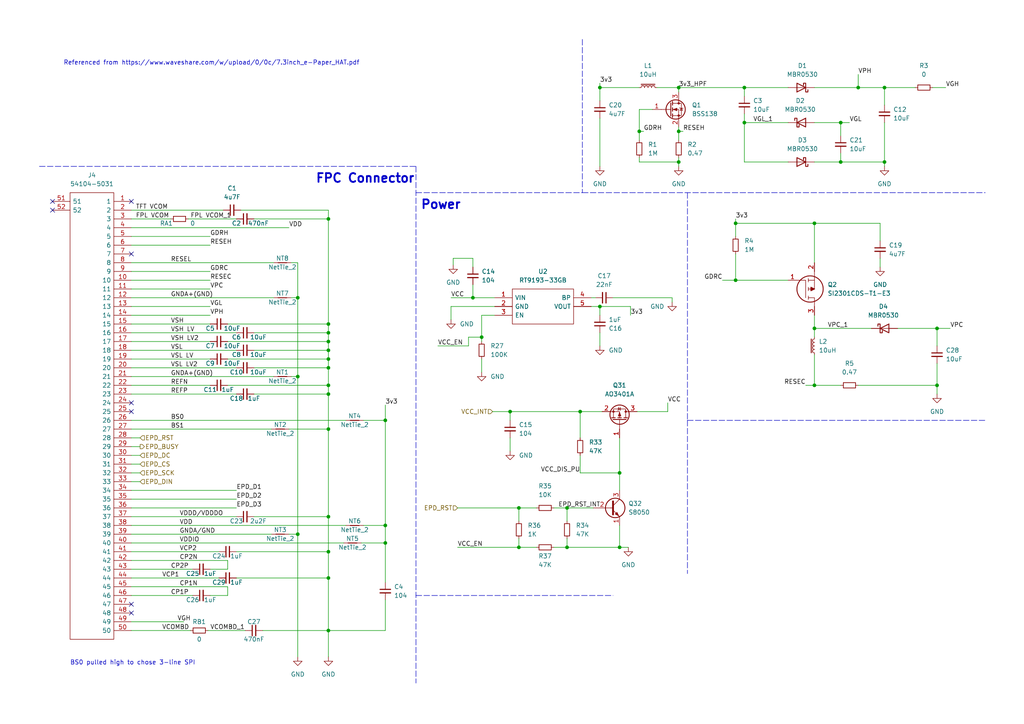
<source format=kicad_sch>
(kicad_sch (version 20211123) (generator eeschema)
  (paper "A4")
  (title_block (title "E-Paper Photo Frame") (date "2023-01-14") (rev "1.0"))
  (lib_symbols
    (symbol "Device:C_Small" (pin_numbers hide) (pin_names (offset 0.254) hide)
      (property "Reference" "C" (at 0.254 1.778 0))
      (property "Value" "C_Small" (at 0.254 -2.032 0))
      (symbol "C_Small_0_1"
        (polyline (pts (xy -1.524 -0.508) (xy 1.524 -0.508)) (stroke (width 0.3302)))
        (polyline (pts (xy -1.524 0.508) (xy 1.524 0.508)) (stroke (width 0.3048)))
      )
      (symbol "C_Small_1_1"
        (pin passive line (at 0 2.54 270) (length 2.032) (name "~") (number "1"))
        (pin passive line (at 0 -2.54 90) (length 2.032) (name "~") (number "2"))
      )
    )
    (symbol "Device:L_Iron_Small" (pin_numbers hide) (pin_names (offset 0.254) hide)
      (property "Reference" "L" (at 1.27 1.016 0))
      (property "Value" "L_Iron_Small" (at 1.27 -1.27 0))
      (symbol "L_Iron_Small_0_1"
        (arc (start 0 -2.032) (mid 0.508 -1.524) (end 0 -1.016))
        (arc (start 0 -1.016) (mid 0.508 -0.508) (end 0 0))
        (polyline (pts (xy 0.762 2.032) (xy 0.762 -2.032)))
        (polyline (pts (xy 1.016 -2.032) (xy 1.016 2.032)))
        (arc (start 0 0) (mid 0.508 0.508) (end 0 1.016))
        (arc (start 0 1.016) (mid 0.508 1.524) (end 0 2.032))
      )
      (symbol "L_Iron_Small_1_1"
        (pin passive line (at 0 2.54 270) (length 0.508) (name "~") (number "1"))
        (pin passive line (at 0 -2.54 90) (length 0.508) (name "~") (number "2"))
      )
    )
    (symbol "Device:NetTie_2" (pin_numbers hide) (pin_names (offset 0) hide)
      (property "Reference" "NT" (at 0 1.27 0))
      (property "Value" "NetTie_2" (at 0 -1.27 0))
      (symbol "NetTie_2_0_1"
        (polyline (pts (xy -1.27 0) (xy 1.27 0)) (stroke (width 0.254)))
      )
      (symbol "NetTie_2_1_1"
        (pin passive line (at -2.54 0 0) (length 2.54) (name "1") (number "1"))
        (pin passive line (at 2.54 0 180) (length 2.54) (name "2") (number "2"))
      )
    )
    (symbol "Device:R_Small" (pin_numbers hide) (pin_names (offset 0.254) hide)
      (property "Reference" "R" (at 0.762 0.508 0))
      (property "Value" "R_Small" (at 0.762 -1.016 0))
      (symbol "R_Small_0_1"
        (rectangle (start -0.762 1.778) (end 0.762 -1.778) (stroke (width 0.2032)))
      )
      (symbol "R_Small_1_1"
        (pin passive line (at 0 2.54 270) (length 0.762) (name "~") (number "1"))
        (pin passive line (at 0 -2.54 90) (length 0.762) (name "~") (number "2"))
      )
    )
    (symbol "Diode:MBR0530" (pin_numbers hide) (pin_names (offset 1.016) hide)
      (property "Reference" "D" (at 0 2.54 0))
      (property "Value" "MBR0530" (at 0 -2.54 0))
      (symbol "MBR0530_0_1"
        (polyline (pts (xy 1.27 0) (xy -1.27 0)))
        (polyline (pts (xy 1.27 1.27) (xy 1.27 -1.27) (xy -1.27 0) (xy 1.27 1.27)) (stroke (width 0.254)))
        (polyline (pts (xy -1.905 0.635) (xy -1.905 1.27) (xy -1.27 1.27) (xy -1.27 -1.27) (xy -0.635 -1.27) (xy -0.635 -0.635)) (stroke (width 0.254)))
      )
      (symbol "MBR0530_1_1"
        (pin passive line (at -3.81 0 0) (length 2.54) (name "K") (number "1"))
        (pin passive line (at 3.81 0 180) (length 2.54) (name "A") (number "2"))
      )
    )
    (symbol "SamacSys_Parts:54104-5031" (pin_names (offset 0.762))
      (property "Reference" "J" (at 19.05 7.62 0))
      (property "Value" "54104-5031" (at 19.05 5.08 0))
      (symbol "54104-5031_0_0"
        (pin passive line (at 22.86 0 180) (length 5.08) (name "1") (number "1"))
        (pin passive line (at 22.86 -22.86 180) (length 5.08) (name "10") (number "10"))
        (pin passive line (at 22.86 -25.4 180) (length 5.08) (name "11") (number "11"))
        (pin passive line (at 22.86 -27.94 180) (length 5.08) (name "12") (number "12"))
        (pin passive line (at 22.86 -30.48 180) (length 5.08) (name "13") (number "13"))
        (pin passive line (at 22.86 -33.02 180) (length 5.08) (name "14") (number "14"))
        (pin passive line (at 22.86 -35.56 180) (length 5.08) (name "15") (number "15"))
        (pin passive line (at 22.86 -38.1 180) (length 5.08) (name "16") (number "16"))
        (pin passive line (at 22.86 -40.64 180) (length 5.08) (name "17") (number "17"))
        (pin passive line (at 22.86 -43.18 180) (length 5.08) (name "18") (number "18"))
        (pin passive line (at 22.86 -45.72 180) (length 5.08) (name "19") (number "19"))
        (pin passive line (at 22.86 -2.54 180) (length 5.08) (name "2") (number "2"))
        (pin passive line (at 22.86 -48.26 180) (length 5.08) (name "20") (number "20"))
        (pin passive line (at 22.86 -50.8 180) (length 5.08) (name "21") (number "21"))
        (pin passive line (at 22.86 -53.34 180) (length 5.08) (name "22") (number "22"))
        (pin passive line (at 22.86 -55.88 180) (length 5.08) (name "23") (number "23"))
        (pin passive line (at 22.86 -58.42 180) (length 5.08) (name "24") (number "24"))
        (pin passive line (at 22.86 -60.96 180) (length 5.08) (name "25") (number "25"))
        (pin passive line (at 22.86 -63.5 180) (length 5.08) (name "26") (number "26"))
        (pin passive line (at 22.86 -66.04 180) (length 5.08) (name "27") (number "27"))
        (pin passive line (at 22.86 -68.58 180) (length 5.08) (name "28") (number "28"))
        (pin passive line (at 22.86 -71.12 180) (length 5.08) (name "29") (number "29"))
        (pin passive line (at 22.86 -5.08 180) (length 5.08) (name "3") (number "3"))
        (pin passive line (at 22.86 -73.66 180) (length 5.08) (name "30") (number "30"))
        (pin passive line (at 22.86 -76.2 180) (length 5.08) (name "31") (number "31"))
        (pin passive line (at 22.86 -78.74 180) (length 5.08) (name "32") (number "32"))
        (pin passive line (at 22.86 -81.28 180) (length 5.08) (name "33") (number "33"))
        (pin passive line (at 22.86 -83.82 180) (length 5.08) (name "34") (number "34"))
        (pin passive line (at 22.86 -86.36 180) (length 5.08) (name "35") (number "35"))
        (pin passive line (at 22.86 -88.9 180) (length 5.08) (name "36") (number "36"))
        (pin passive line (at 22.86 -91.44 180) (length 5.08) (name "37") (number "37"))
        (pin passive line (at 22.86 -93.98 180) (length 5.08) (name "38") (number "38"))
        (pin passive line (at 22.86 -96.52 180) (length 5.08) (name "39") (number "39"))
        (pin passive line (at 22.86 -7.62 180) (length 5.08) (name "4") (number "4"))
        (pin passive line (at 22.86 -99.06 180) (length 5.08) (name "40") (number "40"))
        (pin passive line (at 22.86 -101.6 180) (length 5.08) (name "41") (number "41"))
        (pin passive line (at 22.86 -104.14 180) (length 5.08) (name "42") (number "42"))
        (pin passive line (at 22.86 -106.68 180) (length 5.08) (name "43") (number "43"))
        (pin passive line (at 22.86 -109.22 180) (length 5.08) (name "44") (number "44"))
        (pin passive line (at 22.86 -111.76 180) (length 5.08) (name "45") (number "45"))
        (pin passive line (at 22.86 -114.3 180) (length 5.08) (name "46") (number "46"))
        (pin passive line (at 22.86 -116.84 180) (length 5.08) (name "47") (number "47"))
        (pin passive line (at 22.86 -119.38 180) (length 5.08) (name "48") (number "48"))
        (pin passive line (at 22.86 -121.92 180) (length 5.08) (name "49") (number "49"))
        (pin passive line (at 22.86 -10.16 180) (length 5.08) (name "5") (number "5"))
        (pin passive line (at 22.86 -124.46 180) (length 5.08) (name "50") (number "50"))
        (pin passive line (at 0 0 0) (length 5.08) (name "51") (number "51"))
        (pin passive line (at 0 -2.54 0) (length 5.08) (name "52") (number "52"))
        (pin passive line (at 22.86 -12.7 180) (length 5.08) (name "6") (number "6"))
        (pin passive line (at 22.86 -15.24 180) (length 5.08) (name "7") (number "7"))
        (pin passive line (at 22.86 -17.78 180) (length 5.08) (name "8") (number "8"))
        (pin passive line (at 22.86 -20.32 180) (length 5.08) (name "9") (number "9"))
      )
      (symbol "54104-5031_0_1"
        (polyline (pts (xy 5.08 2.54) (xy 17.78 2.54) (xy 17.78 -127) (xy 5.08 -127) (xy 5.08 2.54)) (stroke (width 0.1524)))
      )
    )
    (symbol "SamacSys_Parts:RT9193-33GB" (pin_names (offset 0.762))
      (property "Reference" "IC" (at 24.13 7.62 0))
      (property "Value" "RT9193-33GB" (at 24.13 5.08 0))
      (symbol "RT9193-33GB_0_0"
        (pin passive line (at 0 0 0) (length 5.08) (name "VIN") (number "1"))
        (pin passive line (at 0 -2.54 0) (length 5.08) (name "GND") (number "2"))
        (pin passive line (at 0 -5.08 0) (length 5.08) (name "EN") (number "3"))
        (pin passive line (at 27.94 0 180) (length 5.08) (name "BP") (number "4"))
        (pin passive line (at 27.94 -2.54 180) (length 5.08) (name "VOUT") (number "5"))
      )
      (symbol "RT9193-33GB_0_1"
        (polyline (pts (xy 5.08 2.54) (xy 22.86 2.54) (xy 22.86 -7.62) (xy 5.08 -7.62) (xy 5.08 2.54)) (stroke (width 0.1524)))
      )
    )
    (symbol "SamacSys_Parts:SI2301CDS-T1-E3" (pin_names (offset 0.762))
      (property "Reference" "Q" (at 11.43 3.81 0))
      (property "Value" "SI2301CDS-T1-E3" (at 11.43 1.27 0))
      (symbol "SI2301CDS-T1-E3_0_0"
        (pin passive line (at 0 0 0) (length 2.54) (name "~") (number "1"))
        (pin passive line (at 7.62 -5.08 90) (length 2.54) (name "~") (number "2"))
        (pin passive line (at 7.62 10.16 270) (length 2.54) (name "~") (number "3"))
      )
      (symbol "SI2301CDS-T1-E3_0_1"
        (polyline (pts (xy 5.842 -0.508) (xy 5.842 0.508)) (stroke (width 0.1524)))
        (polyline (pts (xy 5.842 0) (xy 7.62 0)) (stroke (width 0.1524)))
        (polyline (pts (xy 5.842 2.032) (xy 5.842 3.048)) (stroke (width 0.1524)))
        (polyline (pts (xy 5.842 5.588) (xy 5.842 4.572)) (stroke (width 0.1524)))
        (polyline (pts (xy 7.62 2.54) (xy 5.842 2.54)) (stroke (width 0.1524)))
        (polyline (pts (xy 7.62 2.54) (xy 7.62 -2.54)) (stroke (width 0.1524)))
        (polyline (pts (xy 7.62 5.08) (xy 5.842 5.08)) (stroke (width 0.1524)))
        (polyline (pts (xy 7.62 5.08) (xy 7.62 7.62)) (stroke (width 0.1524)))
        (polyline (pts (xy 2.54 0) (xy 5.08 0) (xy 5.08 5.08)) (stroke (width 0.1524)))
        (polyline (pts (xy 7.62 2.54) (xy 6.604 3.048) (xy 6.604 2.032) (xy 7.62 2.54)) (stroke (width 0.254)) (fill (type outline)))
        (circle (center 6.35 2.54) (radius 3.81) (stroke (width 0.254)))
      )
    )
    (symbol "Transistor_BJT:S8050" (pin_names (offset 0) hide)
      (property "Reference" "Q" (at 5.08 1.905 0))
      (property "Value" "S8050" (at 5.08 0 0))
      (symbol "S8050_0_1"
        (polyline (pts (xy 0 0) (xy 0.635 0)))
        (polyline (pts (xy 0.635 0.635) (xy 2.54 2.54)))
        (polyline (pts (xy 0.635 -0.635) (xy 2.54 -2.54) (xy 2.54 -2.54)))
        (polyline (pts (xy 0.635 1.905) (xy 0.635 -1.905) (xy 0.635 -1.905)) (stroke (width 0.508)))
        (polyline (pts (xy 1.27 -1.778) (xy 1.778 -1.27) (xy 2.286 -2.286) (xy 1.27 -1.778) (xy 1.27 -1.778)) (fill (type outline)))
        (circle (center 1.27 0) (radius 2.8194) (stroke (width 0.254)))
      )
      (symbol "S8050_1_1"
        (pin passive line (at 2.54 -5.08 90) (length 2.54) (name "E") (number "1"))
        (pin input line (at -5.08 0 0) (length 5.08) (name "B") (number "2"))
        (pin passive line (at 2.54 5.08 270) (length 2.54) (name "C") (number "3"))
      )
    )
    (symbol "Transistor_FET:AO3401A" (pin_names hide)
      (property "Reference" "Q" (at 5.08 1.905 0))
      (property "Value" "AO3401A" (at 5.08 0 0))
      (symbol "AO3401A_0_1"
        (polyline (pts (xy 0.254 0) (xy -2.54 0)))
        (polyline (pts (xy 0.254 1.905) (xy 0.254 -1.905)) (stroke (width 0.254)))
        (polyline (pts (xy 0.762 -1.27) (xy 0.762 -2.286)) (stroke (width 0.254)))
        (polyline (pts (xy 0.762 0.508) (xy 0.762 -0.508)) (stroke (width 0.254)))
        (polyline (pts (xy 0.762 2.286) (xy 0.762 1.27)) (stroke (width 0.254)))
        (polyline (pts (xy 2.54 2.54) (xy 2.54 1.778)))
        (polyline (pts (xy 2.54 -2.54) (xy 2.54 0) (xy 0.762 0)))
        (polyline (pts (xy 0.762 1.778) (xy 3.302 1.778) (xy 3.302 -1.778) (xy 0.762 -1.778)))
        (polyline (pts (xy 2.286 0) (xy 1.27 0.381) (xy 1.27 -0.381) (xy 2.286 0)) (fill (type outline)))
        (polyline (pts (xy 2.794 -0.508) (xy 2.921 -0.381) (xy 3.683 -0.381) (xy 3.81 -0.254)))
        (polyline (pts (xy 3.302 -0.381) (xy 2.921 0.254) (xy 3.683 0.254) (xy 3.302 -0.381)))
        (circle (center 1.651 0) (radius 2.794) (stroke (width 0.254)))
        (circle (center 2.54 -1.778) (radius 0.254) (fill (type outline)))
        (circle (center 2.54 1.778) (radius 0.254) (fill (type outline)))
      )
      (symbol "AO3401A_1_1"
        (pin input line (at -5.08 0 0) (length 2.54) (name "G") (number "1"))
        (pin passive line (at 2.54 -5.08 90) (length 2.54) (name "S") (number "2"))
        (pin passive line (at 2.54 5.08 270) (length 2.54) (name "D") (number "3"))
      )
    )
    (symbol "Transistor_FET:BSS138" (pin_names hide)
      (property "Reference" "Q" (at 5.08 1.905 0))
      (property "Value" "BSS138" (at 5.08 0 0))
      (symbol "BSS138_0_1"
        (polyline (pts (xy 0.254 0) (xy -2.54 0)))
        (polyline (pts (xy 0.254 1.905) (xy 0.254 -1.905)) (stroke (width 0.254)))
        (polyline (pts (xy 0.762 -1.27) (xy 0.762 -2.286)) (stroke (width 0.254)))
        (polyline (pts (xy 0.762 0.508) (xy 0.762 -0.508)) (stroke (width 0.254)))
        (polyline (pts (xy 0.762 2.286) (xy 0.762 1.27)) (stroke (width 0.254)))
        (polyline (pts (xy 2.54 2.54) (xy 2.54 1.778)))
        (polyline (pts (xy 2.54 -2.54) (xy 2.54 0) (xy 0.762 0)))
        (polyline (pts (xy 0.762 -1.778) (xy 3.302 -1.778) (xy 3.302 1.778) (xy 0.762 1.778)))
        (polyline (pts (xy 1.016 0) (xy 2.032 0.381) (xy 2.032 -0.381) (xy 1.016 0)) (fill (type outline)))
        (polyline (pts (xy 2.794 0.508) (xy 2.921 0.381) (xy 3.683 0.381) (xy 3.81 0.254)))
        (polyline (pts (xy 3.302 0.381) (xy 2.921 -0.254) (xy 3.683 -0.254) (xy 3.302 0.381)))
        (circle (center 1.651 0) (radius 2.794) (stroke (width 0.254)))
        (circle (center 2.54 -1.778) (radius 0.254) (fill (type outline)))
        (circle (center 2.54 1.778) (radius 0.254) (fill (type outline)))
      )
      (symbol "BSS138_1_1"
        (pin input line (at -5.08 0 0) (length 2.54) (name "G") (number "1"))
        (pin passive line (at 2.54 -5.08 90) (length 2.54) (name "S") (number "2"))
        (pin passive line (at 2.54 5.08 270) (length 2.54) (name "D") (number "3"))
      )
    )
    (symbol "power:GND" (power) (pin_names (offset 0))
      (property "Value" "GND" (at 0 -3.81 0))
      (symbol "GND_0_1"
        (polyline (pts (xy 0 0) (xy 0 -1.27) (xy 1.27 -1.27) (xy 0 -2.54) (xy -1.27 -1.27) (xy 0 -1.27)))
      )
      (symbol "GND_1_1"
        (pin power_in line (at 0 0 270) (length 0) hide (name "GND") (number "1"))
      )
    )
  )
  (junction (at 95.25 101.6))
  (junction (at 164.465 147.32))
  (junction (at 150.495 147.32))
  (junction (at 86.36 154.94))
  (junction (at 215.9 25.4))
  (junction (at 150.495 158.75))
  (junction (at 95.25 104.14))
  (junction (at 95.25 167.64))
  (junction (at 95.25 124.46))
  (junction (at 139.7 97.79))
  (junction (at 95.25 93.98))
  (junction (at 271.78 111.76))
  (junction (at 147.955 119.38))
  (junction (at 243.84 35.56))
  (junction (at 86.36 86.36))
  (junction (at 179.705 137.16))
  (junction (at 95.25 106.68))
  (junction (at 173.99 25.4))
  (junction (at 95.25 114.3))
  (junction (at 248.92 25.4))
  (junction (at 236.22 95.25))
  (junction (at 196.85 38.1))
  (junction (at 271.78 95.25))
  (junction (at 95.25 160.02))
  (junction (at 213.36 64.77))
  (junction (at 256.54 46.99))
  (junction (at 196.85 25.4))
  (junction (at 196.85 46.99))
  (junction (at 215.9 35.56))
  (junction (at 95.25 149.86))
  (junction (at 164.465 158.75))
  (junction (at 111.76 157.48))
  (junction (at 95.25 99.06))
  (junction (at 173.99 88.9))
  (junction (at 179.705 158.75))
  (junction (at 236.22 64.77))
  (junction (at 213.36 81.28))
  (junction (at 95.25 63.5))
  (junction (at 111.76 152.4))
  (junction (at 243.84 46.99))
  (junction (at 236.22 111.76))
  (junction (at 95.25 182.88))
  (junction (at 256.54 25.4))
  (junction (at 111.76 121.92))
  (junction (at 137.16 86.36))
  (junction (at 185.42 38.1))
  (junction (at 95.25 111.76))
  (junction (at 86.36 109.22))
  (junction (at 168.275 119.38))
  (junction (at 95.25 96.52))
  (no_connect (at 38.1 175.26))
  (no_connect (at 15.24 58.42))
  (no_connect (at 38.1 73.66))
  (no_connect (at 15.24 60.96))
  (no_connect (at 38.1 116.84))
  (no_connect (at 38.1 119.38))
  (no_connect (at 38.1 58.42))
  (no_connect (at 38.1 177.8))
  (wire (pts (xy 179.705 158.75) (xy 179.705 152.4)))
  (wire (pts (xy 243.84 46.99) (xy 256.54 46.99)))
  (wire (pts (xy 177.8 86.36) (xy 194.945 86.36)))
  (wire (pts (xy 179.705 137.16) (xy 179.705 127)))
  (wire (pts (xy 60.325 182.88) (xy 71.12 182.88)))
  (wire (pts (xy 73.66 101.6) (xy 95.25 101.6)))
  (wire (pts (xy 143.51 88.9) (xy 130.81 88.9)))
  (wire (pts (xy 95.25 96.52) (xy 95.25 99.06)))
  (wire (pts (xy 95.25 60.96) (xy 69.85 60.96)))
  (wire (pts (xy 66.04 111.76) (xy 95.25 111.76)))
  (wire (pts (xy 38.1 114.3) (xy 68.58 114.3)))
  (wire (pts (xy 95.25 182.88) (xy 95.25 190.5)))
  (wire (pts (xy 73.66 114.3) (xy 95.25 114.3)))
  (wire (pts (xy 173.99 34.29) (xy 173.99 48.26)))
  (wire (pts (xy 54.61 63.5) (xy 68.58 63.5)))
  (wire (pts (xy 168.275 137.16) (xy 179.705 137.16)))
  (wire (pts (xy 38.1 137.16) (xy 40.64 137.16)))
  (wire (pts (xy 164.465 158.75) (xy 179.705 158.75)))
  (wire (pts (xy 215.9 35.56) (xy 228.6 35.56)))
  (wire (pts (xy 164.465 147.32) (xy 164.465 151.13)))
  (wire (pts (xy 184.785 119.38) (xy 193.675 119.38)))
  (wire (pts (xy 213.36 73.66) (xy 213.36 81.28)))
  (wire (pts (xy 143.51 91.44) (xy 139.7 91.44)))
  (wire (pts (xy 95.25 106.68) (xy 95.25 111.76)))
  (wire (pts (xy 95.25 101.6) (xy 95.25 104.14)))
  (wire (pts (xy 95.25 124.46) (xy 95.25 149.86)))
  (wire (pts (xy 84.455 86.36) (xy 86.36 86.36)))
  (wire (pts (xy 95.25 111.76) (xy 95.25 114.3)))
  (wire (pts (xy 168.275 119.38) (xy 174.625 119.38)))
  (polyline (pts (xy 120.65 172.72) (xy 177.8 172.72)))
  (wire (pts (xy 215.9 25.4) (xy 228.6 25.4)))
  (wire (pts (xy 168.275 132.08) (xy 168.275 137.16)))
  (wire (pts (xy 196.85 25.4) (xy 196.85 26.67)))
  (wire (pts (xy 38.1 66.04) (xy 83.82 66.04)))
  (wire (pts (xy 38.1 154.94) (xy 78.74 154.94)))
  (wire (pts (xy 150.495 158.75) (xy 150.495 156.21)))
  (wire (pts (xy 196.85 45.72) (xy 196.85 46.99)))
  (wire (pts (xy 38.1 167.64) (xy 63.5 167.64)))
  (polyline (pts (xy 168.91 55.88) (xy 285.75 55.88)))
  (wire (pts (xy 139.7 104.14) (xy 139.7 107.95)))
  (wire (pts (xy 83.82 124.46) (xy 95.25 124.46)))
  (wire (pts (xy 194.945 86.36) (xy 194.945 87.63)))
  (wire (pts (xy 95.25 63.5) (xy 95.25 93.98)))
  (wire (pts (xy 185.42 45.72) (xy 185.42 46.99)))
  (wire (pts (xy 215.9 33.02) (xy 215.9 35.56)))
  (wire (pts (xy 38.1 182.88) (xy 55.245 182.88)))
  (wire (pts (xy 171.45 88.9) (xy 173.99 88.9)))
  (wire (pts (xy 236.22 35.56) (xy 243.84 35.56)))
  (wire (pts (xy 137.16 86.36) (xy 130.81 86.36)))
  (wire (pts (xy 182.88 91.44) (xy 182.88 88.9)))
  (wire (pts (xy 196.85 38.1) (xy 196.85 40.64)))
  (wire (pts (xy 143.51 86.36) (xy 137.16 86.36)))
  (wire (pts (xy 86.36 109.22) (xy 86.36 154.94)))
  (wire (pts (xy 271.78 95.25) (xy 271.78 100.33)))
  (wire (pts (xy 190.5 25.4) (xy 196.85 25.4)))
  (wire (pts (xy 185.42 38.1) (xy 185.42 40.64)))
  (wire (pts (xy 131.445 74.93) (xy 131.445 76.835)))
  (wire (pts (xy 38.1 172.72) (xy 55.88 172.72)))
  (wire (pts (xy 248.92 25.4) (xy 256.54 25.4)))
  (wire (pts (xy 271.78 111.76) (xy 271.78 114.3)))
  (polyline (pts (xy 199.39 121.92) (xy 285.75 121.92)))
  (wire (pts (xy 38.1 88.9) (xy 60.96 88.9)))
  (wire (pts (xy 213.36 81.28) (xy 228.6 81.28)))
  (wire (pts (xy 38.1 134.62) (xy 40.64 134.62)))
  (polyline (pts (xy 199.39 55.88) (xy 199.39 121.92)))
  (wire (pts (xy 160.655 158.75) (xy 164.465 158.75)))
  (wire (pts (xy 95.25 160.02) (xy 95.25 167.64)))
  (wire (pts (xy 104.775 157.48) (xy 111.76 157.48)))
  (wire (pts (xy 137.16 82.55) (xy 137.16 86.36)))
  (wire (pts (xy 60.96 172.72) (xy 66.04 172.72)))
  (wire (pts (xy 86.36 76.2) (xy 86.36 86.36)))
  (wire (pts (xy 38.1 99.06) (xy 60.96 99.06)))
  (wire (pts (xy 38.1 160.02) (xy 63.5 160.02)))
  (wire (pts (xy 243.84 35.56) (xy 246.38 35.56)))
  (wire (pts (xy 160.655 147.32) (xy 164.465 147.32)))
  (wire (pts (xy 139.7 97.79) (xy 139.7 99.06)))
  (wire (pts (xy 215.9 46.99) (xy 228.6 46.99)))
  (wire (pts (xy 236.22 46.99) (xy 243.84 46.99)))
  (wire (pts (xy 236.22 91.44) (xy 236.22 95.25)))
  (wire (pts (xy 236.22 76.2) (xy 236.22 64.77)))
  (wire (pts (xy 147.955 121.92) (xy 147.955 119.38)))
  (wire (pts (xy 66.04 162.56) (xy 38.1 162.56)))
  (wire (pts (xy 137.16 74.93) (xy 137.16 77.47)))
  (wire (pts (xy 215.9 25.4) (xy 196.85 25.4)))
  (wire (pts (xy 256.54 25.4) (xy 265.43 25.4)))
  (wire (pts (xy 38.1 76.2) (xy 79.375 76.2)))
  (wire (pts (xy 236.22 111.76) (xy 236.22 102.87)))
  (wire (pts (xy 83.82 154.94) (xy 86.36 154.94)))
  (wire (pts (xy 73.66 149.86) (xy 95.25 149.86)))
  (wire (pts (xy 38.1 111.76) (xy 60.96 111.76)))
  (wire (pts (xy 196.85 38.1) (xy 198.12 38.1)))
  (wire (pts (xy 38.1 91.44) (xy 60.96 91.44)))
  (wire (pts (xy 84.455 109.22) (xy 86.36 109.22)))
  (wire (pts (xy 236.22 64.77) (xy 213.36 64.77)))
  (wire (pts (xy 86.36 86.36) (xy 86.36 109.22)))
  (wire (pts (xy 155.575 147.32) (xy 150.495 147.32)))
  (wire (pts (xy 179.705 137.16) (xy 179.705 142.24)))
  (wire (pts (xy 38.1 152.4) (xy 100.33 152.4)))
  (wire (pts (xy 38.1 81.28) (xy 60.96 81.28)))
  (wire (pts (xy 86.36 154.94) (xy 86.36 190.5)))
  (wire (pts (xy 243.84 111.76) (xy 236.22 111.76)))
  (wire (pts (xy 147.955 119.38) (xy 168.275 119.38)))
  (wire (pts (xy 60.96 165.1) (xy 66.04 165.1)))
  (wire (pts (xy 173.99 25.4) (xy 185.42 25.4)))
  (wire (pts (xy 38.1 149.86) (xy 68.58 149.86)))
  (wire (pts (xy 196.85 46.99) (xy 196.85 48.26)))
  (wire (pts (xy 111.76 182.88) (xy 95.25 182.88)))
  (wire (pts (xy 236.22 95.25) (xy 236.22 97.79)))
  (wire (pts (xy 95.25 104.14) (xy 95.25 106.68)))
  (wire (pts (xy 66.04 99.06) (xy 95.25 99.06)))
  (wire (pts (xy 271.78 105.41) (xy 271.78 111.76)))
  (wire (pts (xy 38.1 127) (xy 40.64 127)))
  (wire (pts (xy 271.78 95.25) (xy 275.59 95.25)))
  (wire (pts (xy 38.1 139.7) (xy 40.64 139.7)))
  (wire (pts (xy 105.41 121.92) (xy 111.76 121.92)))
  (wire (pts (xy 73.66 63.5) (xy 95.25 63.5)))
  (wire (pts (xy 213.36 64.77) (xy 213.36 68.58)))
  (wire (pts (xy 173.99 100.33) (xy 173.99 96.52)))
  (wire (pts (xy 95.25 99.06) (xy 95.25 101.6)))
  (wire (pts (xy 84.455 76.2) (xy 86.36 76.2)))
  (polyline (pts (xy 120.65 55.88) (xy 168.91 55.88)))
  (wire (pts (xy 137.16 74.93) (xy 131.445 74.93)))
  (wire (pts (xy 173.99 24.13) (xy 173.99 25.4)))
  (wire (pts (xy 147.955 127) (xy 147.955 130.81)))
  (wire (pts (xy 243.84 35.56) (xy 243.84 39.37)))
  (wire (pts (xy 168.275 119.38) (xy 168.275 127)))
  (wire (pts (xy 173.99 88.9) (xy 182.88 88.9)))
  (wire (pts (xy 132.715 147.32) (xy 150.495 147.32)))
  (wire (pts (xy 105.41 152.4) (xy 111.76 152.4)))
  (wire (pts (xy 260.35 95.25) (xy 271.78 95.25)))
  (wire (pts (xy 255.27 74.93) (xy 255.27 77.47)))
  (wire (pts (xy 255.27 64.77) (xy 236.22 64.77)))
  (wire (pts (xy 38.1 144.78) (xy 68.58 144.78)))
  (wire (pts (xy 155.575 158.75) (xy 150.495 158.75)))
  (wire (pts (xy 171.45 86.36) (xy 172.72 86.36)))
  (wire (pts (xy 38.1 93.98) (xy 60.96 93.98)))
  (wire (pts (xy 66.04 172.72) (xy 66.04 170.18)))
  (wire (pts (xy 38.1 147.32) (xy 68.58 147.32)))
  (wire (pts (xy 73.66 106.68) (xy 95.25 106.68)))
  (wire (pts (xy 236.22 25.4) (xy 248.92 25.4)))
  (wire (pts (xy 256.54 46.99) (xy 256.54 48.26)))
  (wire (pts (xy 38.1 124.46) (xy 78.74 124.46)))
  (wire (pts (xy 127 100.33) (xy 135.89 100.33)))
  (wire (pts (xy 38.1 78.74) (xy 60.96 78.74)))
  (wire (pts (xy 38.1 63.5) (xy 49.53 63.5)))
  (wire (pts (xy 66.04 165.1) (xy 66.04 162.56)))
  (wire (pts (xy 95.25 93.98) (xy 95.25 96.52)))
  (wire (pts (xy 135.89 97.79) (xy 139.7 97.79)))
  (wire (pts (xy 38.1 109.22) (xy 79.375 109.22)))
  (wire (pts (xy 38.1 83.82) (xy 60.96 83.82)))
  (wire (pts (xy 95.25 149.86) (xy 95.25 160.02)))
  (wire (pts (xy 132.715 158.75) (xy 150.495 158.75)))
  (wire (pts (xy 185.42 46.99) (xy 196.85 46.99)))
  (polyline (pts (xy 168.91 11.43) (xy 168.91 55.88)))
  (wire (pts (xy 38.1 68.58) (xy 60.96 68.58)))
  (wire (pts (xy 38.1 165.1) (xy 55.88 165.1)))
  (wire (pts (xy 68.58 167.64) (xy 95.25 167.64)))
  (wire (pts (xy 111.76 117.475) (xy 111.76 121.92)))
  (wire (pts (xy 233.68 111.76) (xy 236.22 111.76)))
  (wire (pts (xy 38.1 180.34) (xy 53.34 180.34)))
  (wire (pts (xy 173.99 25.4) (xy 173.99 29.21)))
  (wire (pts (xy 38.1 60.96) (xy 64.77 60.96)))
  (wire (pts (xy 209.55 81.28) (xy 213.36 81.28)))
  (wire (pts (xy 147.955 119.38) (xy 142.875 119.38)))
  (wire (pts (xy 38.1 71.12) (xy 60.96 71.12)))
  (wire (pts (xy 213.36 63.5) (xy 213.36 64.77)))
  (wire (pts (xy 38.1 142.24) (xy 68.58 142.24)))
  (wire (pts (xy 271.78 111.76) (xy 248.92 111.76)))
  (wire (pts (xy 111.76 157.48) (xy 111.76 168.91)))
  (wire (pts (xy 193.675 119.38) (xy 193.675 116.84)))
  (wire (pts (xy 185.42 31.75) (xy 185.42 38.1)))
  (wire (pts (xy 111.76 173.99) (xy 111.76 182.88)))
  (wire (pts (xy 38.1 106.68) (xy 68.58 106.68)))
  (wire (pts (xy 38.1 121.92) (xy 100.33 121.92)))
  (wire (pts (xy 76.2 182.88) (xy 95.25 182.88)))
  (wire (pts (xy 164.465 147.32) (xy 172.085 147.32)))
  (wire (pts (xy 215.9 27.94) (xy 215.9 25.4)))
  (wire (pts (xy 248.92 21.59) (xy 248.92 25.4)))
  (wire (pts (xy 215.9 35.56) (xy 215.9 46.99)))
  (wire (pts (xy 38.1 101.6) (xy 68.58 101.6)))
  (wire (pts (xy 236.22 95.25) (xy 252.73 95.25)))
  (wire (pts (xy 111.76 157.48) (xy 111.76 152.4)))
  (polyline (pts (xy 120.65 48.26) (xy 120.65 198.12)))
  (polyline (pts (xy 11.43 48.26) (xy 120.65 48.26)))
  (wire (pts (xy 255.27 69.85) (xy 255.27 64.77)))
  (wire (pts (xy 38.1 96.52) (xy 68.58 96.52)))
  (wire (pts (xy 139.7 91.44) (xy 139.7 97.79)))
  (wire (pts (xy 95.25 114.3) (xy 95.25 124.46)))
  (polyline (pts (xy 199.39 121.92) (xy 199.39 166.37)))
  (wire (pts (xy 95.25 63.5) (xy 95.25 60.96)))
  (wire (pts (xy 68.58 160.02) (xy 95.25 160.02)))
  (wire (pts (xy 73.66 96.52) (xy 95.25 96.52)))
  (wire (pts (xy 111.76 121.92) (xy 111.76 152.4)))
  (wire (pts (xy 173.99 91.44) (xy 173.99 88.9)))
  (wire (pts (xy 66.04 104.14) (xy 95.25 104.14)))
  (wire (pts (xy 256.54 25.4) (xy 256.54 30.48)))
  (wire (pts (xy 150.495 147.32) (xy 150.495 151.13)))
  (wire (pts (xy 243.84 46.99) (xy 243.84 44.45)))
  (wire (pts (xy 270.51 25.4) (xy 274.32 25.4)))
  (wire (pts (xy 189.23 31.75) (xy 185.42 31.75)))
  (wire (pts (xy 38.1 86.36) (xy 79.375 86.36)))
  (wire (pts (xy 38.1 132.08) (xy 40.64 132.08)))
  (wire (pts (xy 95.25 167.64) (xy 95.25 182.88)))
  (wire (pts (xy 130.81 88.9) (xy 130.81 92.71)))
  (wire (pts (xy 66.04 170.18) (xy 38.1 170.18)))
  (wire (pts (xy 38.1 104.14) (xy 60.96 104.14)))
  (wire (pts (xy 182.245 158.75) (xy 179.705 158.75)))
  (wire (pts (xy 196.85 36.83) (xy 196.85 38.1)))
  (wire (pts (xy 38.1 129.54) (xy 40.64 129.54)))
  (wire (pts (xy 38.1 157.48) (xy 99.695 157.48)))
  (wire (pts (xy 164.465 156.21) (xy 164.465 158.75)))
  (wire (pts (xy 185.42 38.1) (xy 186.69 38.1)))
  (wire (pts (xy 135.89 100.33) (xy 135.89 97.79)))
  (wire (pts (xy 256.54 35.56) (xy 256.54 46.99)))
  (wire (pts (xy 66.04 93.98) (xy 95.25 93.98)))
  (text "FPC Connector" (at 91.44 53.34 0) (effects (font (size 2.54 2.54) (thickness 0.508) bold) (justify left bottom)))
  (text "BS0 pulled high to chose 3-line SPI" (at 20.32 193.04 0) (effects (font (size 1.27 1.27)) (justify left bottom)))
  (text "Power" (at 121.92 60.96 0) (effects (font (size 2.54 2.54) bold) (justify left bottom)))
  (text "Referenced from https://www.waveshare.com/w/upload/0/0c/7.3inch_e-Paper_HAT.pdf" (at 18.415 19.05 0) (effects (font (size 1.27 1.27)) (justify left bottom)))
  (label "VCC_EN" (at 132.715 158.75 0))
  (label "RESEL" (at 49.53 76.2 0))
  (label "VSH" (at 49.53 93.98 0))
  (label "VDD" (at 83.82 66.04 0))
  (label "VCC" (at 130.81 86.36 0))
  (label "CP1N" (at 52.07 170.18 0))
  (label "FPL VCOM" (at 39.37 63.5 0))
  (label "EPD_RST_INT" (at 161.925 147.32 0))
  (label "3v3_HPF" (at 196.85 25.4 0))
  (label "VPH" (at 60.96 91.44 0))
  (label "VSL LV2" (at 49.53 106.68 0))
  (label "RESEC" (at 233.68 111.76 180))
  (label "VCP2" (at 52.07 160.02 0))
  (label "VCC" (at 193.675 116.84 0))
  (label "CP1P" (at 49.53 172.72 0))
  (label "GDRH" (at 186.69 38.1 0))
  (label "VPH" (at 248.92 21.59 0))
  (label "VGH" (at 274.32 25.4 0))
  (label "RESEH" (at 60.96 71.12 0))
  (label "VGH" (at 51.435 180.34 0))
  (label "GDRC" (at 60.96 78.74 0))
  (label "BS1" (at 49.53 124.46 0))
  (label "VDDIO" (at 52.07 157.48 0))
  (label "RESEC" (at 60.96 81.28 0))
  (label "VGL_1" (at 218.44 35.56 0))
  (label "VCC_EN" (at 127 100.33 0))
  (label "VSH LV2" (at 49.53 99.06 0))
  (label "GDRH" (at 60.96 68.58 0))
  (label "3v3" (at 213.36 63.5 0))
  (label "VCP1" (at 46.99 167.64 0))
  (label "VDDD{slash}VDDDO" (at 52.07 149.86 0))
  (label "VDD" (at 52.07 152.4 0))
  (label "VPC" (at 275.59 95.25 0))
  (label "BS0" (at 49.53 121.92 0))
  (label "CP2P" (at 49.53 165.1 0))
  (label "RESEH" (at 198.12 38.1 0))
  (label "VPC_1" (at 240.03 95.25 0))
  (label "FPL VCOM_1" (at 55.245 63.5 0))
  (label "VSL LV" (at 49.53 104.14 0))
  (label "TFT VCOM" (at 39.37 60.96 0))
  (label "GDRC" (at 209.55 81.28 180))
  (label "GNDA{slash}GND" (at 52.07 154.94 0))
  (label "3v3" (at 173.99 24.13 0))
  (label "EPD_D2" (at 68.58 144.78 0))
  (label "3v3" (at 111.76 117.475 0))
  (label "REFN" (at 49.53 111.76 0))
  (label "VCC_DIS_PU" (at 168.275 137.16 180))
  (label "VGL" (at 246.38 35.56 0))
  (label "REFP" (at 49.53 114.3 0))
  (label "VCOMBD" (at 46.99 182.88 0))
  (label "VCOMBD_1" (at 60.96 182.88 0))
  (label "EPD_D1" (at 68.58 142.24 0))
  (label "VGL" (at 60.96 88.9 0))
  (label "GNDA+(GND)" (at 49.53 86.36 0))
  (label "VSL" (at 49.53 101.6 0))
  (label "GNDA+(GND)" (at 49.53 109.22 0))
  (label "CP2N" (at 52.07 162.56 0))
  (label "VSH LV" (at 49.53 96.52 0))
  (label "EPD_D3" (at 68.58 147.32 0))
  (label "3v3" (at 182.88 91.44 0))
  (label "VPC" (at 60.96 83.82 0))
  (hierarchical_label "EPD_RST" (shape input) (at 40.64 127 0))
  (hierarchical_label "EPD_DIN" (shape input) (at 40.64 139.7 0))
  (hierarchical_label "EPD_SCK" (shape input) (at 40.64 137.16 0))
  (hierarchical_label "EPD_CS" (shape input) (at 40.64 134.62 0))
  (hierarchical_label "VCC_INT" (shape input) (at 142.875 119.38 180))
  (hierarchical_label "EPD_DC" (shape input) (at 40.64 132.08 0))
  (hierarchical_label "EPD_BUSY" (shape output) (at 40.64 129.54 0))
  (hierarchical_label "EPD_RST" (shape input) (at 132.715 147.32 180))
  (symbol (lib_id "Transistor_BJT:S8050") (at 177.165 147.32 0) (unit 1)
    (property "Reference" "Q32" (at 182.245 146.0499 0) (effects (justify left)))
    (property "Value" "S8050" (at 182.245 148.5899 0) (effects (justify left)))
    (property "Footprint" "Package_TO_SOT_THT:TO-92_Inline" (effects hide))
    (property "Datasheet" "http://www.unisonic.com.tw/datasheet/S8050.pdf" (effects hide))
  )
  (symbol (lib_id "Device:L_Iron_Small") (at 236.22 100.33 180) (unit 1)
    (property "Reference" "L2" (at 237.49 99.0599 0) (effects (justify right)))
    (property "Value" "10uH" (at 237.49 101.5999 0) (effects (justify right)))
  )
  (symbol (lib_id "Device:C_Small") (at 71.12 96.52 90) (unit 1)
    (property "Reference" "C6" (at 68.58 97.79 90))
    (property "Value" "10uF" (at 74.93 97.79 90))
    (property "MAX Voltage" "25V" (effects hide))
  )
  (symbol (lib_id "power:GND") (at 256.54 48.26 0) (unit 1)
    (property "Reference" "#PWR0109" (effects hide))
    (property "Value" "GND" (at 256.54 53.34 0))
  )
  (symbol (lib_id "power:GND") (at 182.245 158.75 0) (unit 1)
    (property "Reference" "#PWR0105" (effects hide))
    (property "Value" "GND" (at 182.245 163.83 0))
  )
  (symbol (lib_id "Device:R_Small") (at 139.7 101.6 0) (unit 1)
    (property "Reference" "R27" (at 142.24 100.3299 0) (effects (justify left)))
    (property "Value" "100K" (at 142.24 102.8699 0) (effects (justify left)))
  )
  (symbol (lib_id "Device:C_Small") (at 243.84 41.91 0) (unit 1)
    (property "Reference" "C21" (at 246.38 40.6462 0) (effects (justify left)))
    (property "Value" "10uF" (at 246.38 43.1862 0) (effects (justify left)))
    (property "MAX Voltage" "25V" (effects hide))
  )
  (symbol (lib_id "Device:C_Small") (at 173.99 31.75 0) (unit 1)
    (property "Reference" "C20" (at 176.53 30.4862 0) (effects (justify left)))
    (property "Value" "4u7F" (at 176.53 33.0262 0) (effects (justify left)))
    (property "MAX Voltage" "10V" (effects hide))
  )
  (symbol (lib_id "Transistor_FET:AO3401A") (at 179.705 121.92 270) (mirror x) (unit 1)
    (property "Reference" "Q31" (at 179.705 111.76 90))
    (property "Value" "AO3401A" (at 179.705 114.3 90))
    (property "Footprint" "Package_TO_SOT_SMD:SOT-23" (effects hide))
    (property "Datasheet" "http://www.aosmd.com/pdfs/datasheet/AO3401A.pdf" (effects hide))
  )
  (symbol (lib_id "Device:R_Small") (at 164.465 153.67 0) (unit 1)
    (property "Reference" "R34" (at 167.005 152.3999 0) (effects (justify left)))
    (property "Value" "47K" (at 167.005 154.9399 0) (effects (justify left)))
  )
  (symbol (lib_id "Device:C_Small") (at 63.5 104.14 90) (unit 1)
    (property "Reference" "C9" (at 60.96 105.41 90))
    (property "Value" "10uF" (at 67.31 105.41 90))
    (property "MAX Voltage" "25V" (effects hide))
  )
  (symbol (lib_id "Device:NetTie_2") (at 102.87 152.4 0) (unit 1)
    (property "Reference" "NT6" (at 102.87 151.13 0))
    (property "Value" "NetTie_2" (at 102.87 153.67 0))
  )
  (symbol (lib_id "power:GND") (at 194.945 87.63 0) (mirror y) (unit 1)
    (property "Reference" "#PWR0103" (effects hide))
    (property "Value" "GND" (at 188.595 88.9 0) (effects (justify right)))
  )
  (symbol (lib_id "power:GND") (at 173.99 100.33 0) (mirror y) (unit 1)
    (property "Reference" "#PWR0106" (effects hide))
    (property "Value" "GND" (at 176.53 101.6001 0) (effects (justify right)))
  )
  (symbol (lib_id "Transistor_FET:BSS138") (at 194.31 31.75 0) (unit 1)
    (property "Reference" "Q1" (at 200.66 30.4799 0) (effects (justify left)))
    (property "Value" "BSS138" (at 200.66 33.0199 0) (effects (justify left)))
    (property "Footprint" "Package_TO_SOT_SMD:SOT-23" (effects hide))
    (property "Datasheet" "https://www.onsemi.com/pub/Collateral/BSS138-D.PDF" (effects hide))
  )
  (symbol (lib_id "Device:R_Small") (at 57.785 182.88 90) (unit 1)
    (property "Reference" "RB1" (at 57.785 180.34 90))
    (property "Value" "0" (at 57.785 185.42 90))
  )
  (symbol (lib_id "Device:R_Small") (at 185.42 43.18 0) (unit 1)
    (property "Reference" "R1" (at 187.96 41.9099 0) (effects (justify left)))
    (property "Value" "1M" (at 187.96 44.4499 0) (effects (justify left)))
  )
  (symbol (lib_id "Device:R_Small") (at 158.115 147.32 90) (unit 1)
    (property "Reference" "R35" (at 158.115 140.97 90))
    (property "Value" "10K" (at 158.115 143.51 90))
  )
  (symbol (lib_id "Device:NetTie_2") (at 81.915 76.2 0) (unit 1)
    (property "Reference" "NT8" (at 81.915 74.93 0))
    (property "Value" "NetTie_2" (at 81.915 77.47 0))
  )
  (symbol (lib_id "Device:C_Small") (at 175.26 86.36 270) (mirror x) (unit 1)
    (property "Reference" "C17" (at 175.2536 80.01 90))
    (property "Value" "22nF" (at 175.2536 82.55 90))
  )
  (symbol (lib_id "SamacSys_Parts:RT9193-33GB") (at 143.51 86.36 0) (unit 1)
    (property "Reference" "U2" (at 157.48 78.74 0))
    (property "Value" "RT9193-33GB" (at 157.48 81.28 0))
    (property "Footprint" "SamacSys_Parts:SOT94P279X130-5N" (effects hide))
    (property "Datasheet" "http://www.richtek.com/assets/product_file/RT9193/DS9193-17.pdf" (effects hide))
    (property "Description" "300mA, Ultra-Low Noise, Ultra-Fast CMOS LDO Regulator" (effects hide))
    (property "Height" "1.295" (effects hide))
    (property "Manufacturer_Name" "RICHTEK" (effects hide))
    (property "Manufacturer_Part_Number" "RT9193-33GB" (effects hide))
  )
  (symbol (lib_id "power:GND") (at 255.27 77.47 0) (unit 1)
    (property "Reference" "#PWR0102" (effects hide))
    (property "Value" "GND" (at 255.27 82.55 0))
  )
  (symbol (lib_id "Device:R_Small") (at 158.115 158.75 270) (unit 1)
    (property "Reference" "R37" (at 158.115 161.29 90))
    (property "Value" "47K" (at 158.115 163.83 90))
  )
  (symbol (lib_id "Device:C_Small") (at 73.66 182.88 90) (unit 1)
    (property "Reference" "C27" (at 73.66 180.34 90))
    (property "Value" "470nF" (at 73.66 185.42 90))
    (property "MAX Voltage" "25V" (effects hide))
  )
  (symbol (lib_id "Device:C_Small") (at 58.42 172.72 90) (unit 1)
    (property "Reference" "C26" (at 55.88 173.99 90))
    (property "Value" "1uF" (at 60.96 173.99 90))
    (property "MAX Voltage" "10V" (effects hide))
  )
  (symbol (lib_id "power:GND") (at 95.25 190.5 0) (unit 1)
    (property "Reference" "#PWR0113" (effects hide))
    (property "Value" "GND" (at 95.25 195.58 0))
  )
  (symbol (lib_id "Device:C_Small") (at 71.12 101.6 90) (unit 1)
    (property "Reference" "C8" (at 68.58 102.87 90))
    (property "Value" "10uF" (at 74.93 102.87 90))
    (property "MAX Voltage" "25V" (effects hide))
  )
  (symbol (lib_id "Device:R_Small") (at 150.495 153.67 180) (unit 1)
    (property "Reference" "R36" (at 153.035 152.3999 0) (effects (justify right)))
    (property "Value" "1K" (at 153.035 154.9399 0) (effects (justify right)))
  )
  (symbol (lib_id "Device:R_Small") (at 213.36 71.12 0) (unit 1)
    (property "Reference" "R4" (at 215.9 69.8499 0) (effects (justify left)))
    (property "Value" "1M" (at 215.9 72.3899 0) (effects (justify left)))
  )
  (symbol (lib_id "power:GND") (at 139.7 107.95 0) (unit 1)
    (property "Reference" "#PWR0111" (effects hide))
    (property "Value" "GND" (at 142.24 109.2199 0) (effects (justify left)))
  )
  (symbol (lib_id "Device:C_Small") (at 111.76 171.45 0) (unit 1)
    (property "Reference" "C4" (at 114.3 170.1862 0) (effects (justify left)))
    (property "Value" "104" (at 114.3 172.7262 0) (effects (justify left)))
  )
  (symbol (lib_id "Device:C_Small") (at 66.04 167.64 90) (unit 1)
    (property "Reference" "C29" (at 63.5 168.91 90))
    (property "Value" "1uF" (at 68.58 168.91 90))
    (property "MAX Voltage" "10V" (effects hide))
  )
  (symbol (lib_id "Diode:MBR0530") (at 232.41 35.56 0) (unit 1)
    (property "Reference" "D2" (at 232.0925 29.21 0))
    (property "Value" "MBR0530" (at 232.0925 31.75 0))
    (property "Footprint" "Diode_SMD:D_SOD-123" (effects hide))
    (property "Datasheet" "http://www.mccsemi.com/up_pdf/MBR0520~MBR0580(SOD123).pdf" (effects hide))
  )
  (symbol (lib_id "Device:C_Small") (at 71.12 106.68 90) (unit 1)
    (property "Reference" "C10" (at 68.58 107.95 90))
    (property "Value" "10uF" (at 74.93 107.95 90))
    (property "MAX Voltage" "25V" (effects hide))
  )
  (symbol (lib_id "power:GND") (at 147.955 130.81 0) (unit 1)
    (property "Reference" "#PWR0104" (effects hide))
    (property "Value" "GND" (at 150.495 132.0799 0) (effects (justify left)))
  )
  (symbol (lib_id "power:GND") (at 173.99 48.26 0) (unit 1)
    (property "Reference" "#PWR0108" (effects hide))
    (property "Value" "GND" (at 173.99 53.34 0))
  )
  (symbol (lib_id "Device:NetTie_2") (at 102.87 121.92 0) (unit 1)
    (property "Reference" "NT4" (at 102.87 120.65 0))
    (property "Value" "NetTie_2" (at 102.87 123.19 0))
  )
  (symbol (lib_id "power:GND") (at 131.445 76.835 0) (unit 1)
    (property "Reference" "#PWR0112" (effects hide))
    (property "Value" "GND" (at 131.445 81.915 0))
  )
  (symbol (lib_id "Device:C_Small") (at 63.5 111.76 90) (unit 1)
    (property "Reference" "C11" (at 60.96 113.03 90))
    (property "Value" "1uF" (at 66.04 113.03 90))
    (property "MAX Voltage" "10V" (effects hide))
  )
  (symbol (lib_id "Device:C_Small") (at 58.42 165.1 90) (unit 1)
    (property "Reference" "C25" (at 55.88 166.37 90))
    (property "Value" "1uF" (at 60.96 166.37 90))
    (property "MAX Voltage" "10V" (effects hide))
  )
  (symbol (lib_id "Device:L_Iron_Small") (at 187.96 25.4 90) (unit 1)
    (property "Reference" "L1" (at 187.96 19.05 90))
    (property "Value" "10uH" (at 187.96 21.59 90))
  )
  (symbol (lib_id "Device:C_Small") (at 215.9 30.48 0) (unit 1)
    (property "Reference" "C3" (at 218.44 29.2162 0) (effects (justify left)))
    (property "Value" "10uF" (at 218.44 31.7562 0) (effects (justify left)))
    (property "MAX Voltage" "25V" (effects hide))
  )
  (symbol (lib_id "Device:C_Small") (at 147.955 124.46 0) (unit 1)
    (property "Reference" "C15" (at 150.495 123.1962 0) (effects (justify left)))
    (property "Value" "104" (at 150.495 125.7362 0) (effects (justify left)))
  )
  (symbol (lib_id "Device:C_Small") (at 256.54 33.02 0) (unit 1)
    (property "Reference" "C12" (at 259.08 31.7562 0) (effects (justify left)))
    (property "Value" "10uF" (at 259.08 34.2962 0) (effects (justify left)))
    (property "MAX Voltage" "25V" (effects hide))
  )
  (symbol (lib_id "Diode:MBR0530") (at 232.41 25.4 180) (unit 1)
    (property "Reference" "D1" (at 232.7275 19.05 0))
    (property "Value" "MBR0530" (at 232.7275 21.59 0))
    (property "Footprint" "Diode_SMD:D_SOD-123" (effects hide))
    (property "Datasheet" "http://www.mccsemi.com/up_pdf/MBR0520~MBR0580(SOD123).pdf" (effects hide))
  )
  (symbol (lib_id "power:GND") (at 271.78 114.3 0) (unit 1)
    (property "Reference" "#PWR0101" (effects hide))
    (property "Value" "GND" (at 271.78 119.38 0))
  )
  (symbol (lib_id "Diode:MBR0530") (at 232.41 46.99 180) (unit 1)
    (property "Reference" "D3" (at 232.7275 40.64 0))
    (property "Value" "MBR0530" (at 232.7275 43.18 0))
    (property "Footprint" "Diode_SMD:D_SOD-123" (effects hide))
    (property "Datasheet" "http://www.mccsemi.com/up_pdf/MBR0520~MBR0580(SOD123).pdf" (effects hide))
  )
  (symbol (lib_id "Device:C_Small") (at 63.5 99.06 90) (unit 1)
    (property "Reference" "C7" (at 60.96 100.33 90))
    (property "Value" "10uF" (at 67.31 100.33 90))
    (property "MAX Voltage" "25V" (effects hide))
  )
  (symbol (lib_id "Device:R_Small") (at 246.38 111.76 90) (unit 1)
    (property "Reference" "R5" (at 246.38 105.41 90))
    (property "Value" "0.47" (at 246.38 107.95 90))
  )
  (symbol (lib_id "Device:C_Small") (at 173.99 93.98 0) (mirror x) (unit 1)
    (property "Reference" "C16" (at 176.53 95.2438 0) (effects (justify left)))
    (property "Value" "1uF" (at 176.53 92.7038 0) (effects (justify left)))
  )
  (symbol (lib_id "Device:NetTie_2") (at 81.28 154.94 0) (unit 1)
    (property "Reference" "NT3" (at 81.28 153.67 0))
    (property "Value" "NetTie_2" (at 81.28 156.21 0))
  )
  (symbol (lib_id "power:GND") (at 130.81 92.71 0) (unit 1)
    (property "Reference" "#PWR0110" (effects hide))
    (property "Value" "GND" (at 133.35 93.9799 0) (effects (justify left)))
  )
  (symbol (lib_id "Device:C_Small") (at 66.04 160.02 90) (unit 1)
    (property "Reference" "C24" (at 63.5 161.29 90))
    (property "Value" "1uF" (at 68.58 161.29 90))
    (property "MAX Voltage" "10V" (effects hide))
  )
  (symbol (lib_id "SamacSys_Parts:SI2301CDS-T1-E3") (at 228.6 81.28 0) (mirror x) (unit 1)
    (property "Reference" "Q2" (at 240.03 82.5499 0) (effects (justify left)))
    (property "Value" "SI2301CDS-T1-E3" (at 240.03 85.0899 0) (effects (justify left)))
    (property "Footprint" "SamacSys_Parts:SOT95P237X112-3N" (effects hide))
    (property "Datasheet" "https://componentsearchengine.com/Datasheets/2/SI2301CDS-T1-E3.pdf" (effects hide))
    (property "Description" "VISHAY - SI2301CDS-T1-E3 - Power MOSFET, P Channel, 20 V, 3.1 A, 0.11 ohm, SOT-23, Surface Mount" (effects hide))
    (property "Height" "1.12" (effects hide))
    (property "Manufacturer_Name" "Vishay" (effects hide))
    (property "Manufacturer_Part_Number" "SI2301CDS-T1-E3" (effects hide))
    (property "Mouser Part Number" "781-SI2301CDS-E3" (effects hide))
    (property "Mouser Price/Stock" "https://www.mouser.co.uk/ProductDetail/Vishay-Semiconductors/SI2301CDS-T1-E3?qs=45wPT2wjtGkQH%252ByrbRpz4Q%3D%3D" (effects hide))
    (property "Arrow Part Number" "SI2301CDS-T1-E3" (effects hide))
    (property "Arrow Price/Stock" "https://www.arrow.com/en/products/si2301cds-t1-e3/vishay?region=nac" (effects hide))
  )
  (symbol (lib_id "Device:R_Small") (at 168.275 129.54 0) (unit 1)
    (property "Reference" "R33" (at 170.815 128.2699 0) (effects (justify left)))
    (property "Value" "47K" (at 170.815 130.8099 0) (effects (justify left)))
  )
  (symbol (lib_id "power:GND") (at 86.36 190.5 0) (unit 1)
    (property "Reference" "#PWR0114" (effects hide))
    (property "Value" "GND" (at 86.36 195.58 0))
  )
  (symbol (lib_id "Device:C_Small") (at 63.5 93.98 90) (unit 1)
    (property "Reference" "C5" (at 60.96 95.25 90))
    (property "Value" "10uF" (at 67.31 95.25 90))
    (property "MAX Voltage" "25V" (effects hide))
  )
  (symbol (lib_id "SamacSys_Parts:54104-5031") (at 15.24 58.42 0) (unit 1)
    (property "Reference" "J4" (at 26.67 50.8 0))
    (property "Value" "54104-5031" (at 26.67 53.34 0))
    (property "Footprint" "SamacSys_Parts:541045031" (effects hide))
    (property "Datasheet" "http://www.molex.com/webdocs/datasheets/pdf/en-us//0541045031_FFC_FPC_CONNECTORS.pdf" (effects hide))
    (property "Description" "Connector 0.5mm, FFC/FPC, SMT,r/a,50w,Au Molex FFC/FPC SMT Series 0.5mm Pitch 50 Way Right Angle SMT Female FPC Connector, ZIF Top Contact" (effects hide))
    (property "Height" "2" (effects hide))
    (property "Manufacturer_Name" "Molex" (effects hide))
    (property "Manufacturer_Part_Number" "54104-5031" (effects hide))
    (property "Mouser Part Number" "538-54104-5031" (effects hide))
    (property "Mouser Price/Stock" "https://www.mouser.co.uk/ProductDetail/Molex/54104-5031?qs=DhjuHb%2FCp77H1MDxVRM4ew%3D%3D" (effects hide))
  )
  (symbol (lib_id "Device:R_Small") (at 196.85 43.18 0) (unit 1)
    (property "Reference" "R2" (at 199.39 41.9099 0) (effects (justify left)))
    (property "Value" "0.47" (at 199.39 44.4499 0) (effects (justify left)))
  )
  (symbol (lib_id "Device:C_Small") (at 67.31 60.96 90) (unit 1)
    (property "Reference" "C1" (at 67.3163 54.61 90))
    (property "Value" "4u7F" (at 67.3163 57.15 90))
    (property "MAX voltage" "10V" (effects hide))
  )
  (symbol (lib_id "Device:R_Small") (at 52.07 63.5 90) (unit 1)
    (property "Reference" "RA1" (at 48.26 64.77 90))
    (property "Value" "0" (at 55.88 64.77 90))
  )
  (symbol (lib_id "Device:C_Small") (at 71.12 149.86 90) (unit 1)
    (property "Reference" "C23" (at 68.58 151.13 90))
    (property "Value" "2u2F" (at 74.93 151.13 90))
    (property "MAX Voltage" "6V" (effects hide))
  )
  (symbol (lib_id "Device:R_Small") (at 267.97 25.4 90) (unit 1)
    (property "Reference" "R3" (at 267.97 19.05 90))
    (property "Value" "0" (at 267.97 21.59 90))
  )
  (symbol (lib_id "Device:C_Small") (at 271.78 102.87 0) (unit 1)
    (property "Reference" "C28" (at 274.32 101.6062 0) (effects (justify left)))
    (property "Value" "10uF" (at 274.32 104.1462 0) (effects (justify left)))
    (property "MAX Voltage" "25V" (effects hide))
  )
  (symbol (lib_id "Device:C_Small") (at 71.12 114.3 90) (unit 1)
    (property "Reference" "C18" (at 68.58 115.57 90))
    (property "Value" "1uF" (at 73.66 115.57 90))
    (property "MAX Voltage" "10V" (effects hide))
  )
  (symbol (lib_id "Device:NetTie_2") (at 81.915 86.36 0) (unit 1)
    (property "Reference" "NT7" (at 81.915 85.09 0))
    (property "Value" "NetTie_2" (at 81.915 87.63 0))
  )
  (symbol (lib_id "power:GND") (at 196.85 48.26 0) (unit 1)
    (property "Reference" "#PWR0107" (effects hide))
    (property "Value" "GND" (at 196.85 53.34 0))
  )
  (symbol (lib_id "Device:C_Small") (at 71.12 63.5 90) (unit 1)
    (property "Reference" "C2" (at 68.58 64.77 90))
    (property "Value" "470nF" (at 74.93 64.77 90))
    (property "MAX Voltage" "25V" (effects hide))
  )
  (symbol (lib_id "Device:NetTie_2") (at 81.28 124.46 0) (unit 1)
    (property "Reference" "NT2" (at 81.28 123.19 0))
    (property "Value" "NetTie_2" (at 81.28 125.73 0))
  )
  (symbol (lib_id "Device:NetTie_2") (at 81.915 109.22 0) (unit 1)
    (property "Reference" "NT1" (at 81.915 107.95 0))
    (property "Value" "NetTie_2" (at 81.915 110.49 0))
  )
  (symbol (lib_id "Device:NetTie_2") (at 102.235 157.48 0) (unit 1)
    (property "Reference" "NT5" (at 102.235 156.21 0))
    (property "Value" "NetTie_2" (at 102.235 158.75 0))
  )
  (symbol (lib_id "Device:C_Small") (at 137.16 80.01 0) (unit 1)
    (property "Reference" "C14" (at 139.7 78.7462 0) (effects (justify left)))
    (property "Value" "104" (at 139.7 81.2862 0) (effects (justify left)))
  )
  (symbol (lib_id "Diode:MBR0530") (at 256.54 95.25 0) (unit 1)
    (property "Reference" "D4" (at 256.2225 88.9 0))
    (property "Value" "MBR0530" (at 256.2225 91.44 0))
    (property "Footprint" "Diode_SMD:D_SOD-123" (effects hide))
    (property "Datasheet" "http://www.mccsemi.com/up_pdf/MBR0520~MBR0580(SOD123).pdf" (effects hide))
  )
  (symbol (lib_id "Device:C_Small") (at 255.27 72.39 0) (unit 1)
    (property "Reference" "C19" (at 257.81 71.1262 0) (effects (justify left)))
    (property "Value" "4u7F" (at 257.81 73.6662 0) (effects (justify left)))
    (property "MAX Voltage" "10V" (effects hide))
  )
)
</source>
